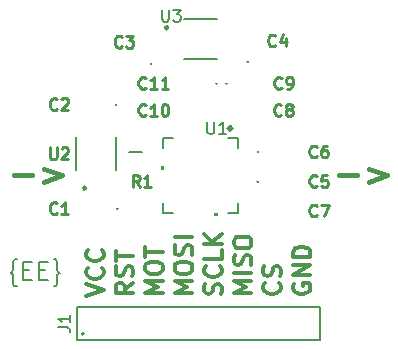
<source format=gbr>
%TF.GenerationSoftware,KiCad,Pcbnew,9.0.2*%
%TF.CreationDate,2025-06-12T16:07:02+02:00*%
%TF.ProjectId,engemil_pmw3901mb,656e6765-6d69-46c5-9f70-6d7733393031,1*%
%TF.SameCoordinates,Original*%
%TF.FileFunction,Legend,Top*%
%TF.FilePolarity,Positive*%
%FSLAX46Y46*%
G04 Gerber Fmt 4.6, Leading zero omitted, Abs format (unit mm)*
G04 Created by KiCad (PCBNEW 9.0.2) date 2025-06-12 16:07:02*
%MOMM*%
%LPD*%
G01*
G04 APERTURE LIST*
%ADD10C,0.300000*%
%ADD11C,0.400000*%
%ADD12C,0.200000*%
%ADD13C,0.250000*%
%ADD14C,0.150000*%
%ADD15C,0.152400*%
%ADD16C,0.000000*%
G04 APERTURE END LIST*
D10*
X157872257Y-124159774D02*
X157800828Y-124302632D01*
X157800828Y-124302632D02*
X157800828Y-124516917D01*
X157800828Y-124516917D02*
X157872257Y-124731203D01*
X157872257Y-124731203D02*
X158015114Y-124874060D01*
X158015114Y-124874060D02*
X158157971Y-124945489D01*
X158157971Y-124945489D02*
X158443685Y-125016917D01*
X158443685Y-125016917D02*
X158657971Y-125016917D01*
X158657971Y-125016917D02*
X158943685Y-124945489D01*
X158943685Y-124945489D02*
X159086542Y-124874060D01*
X159086542Y-124874060D02*
X159229400Y-124731203D01*
X159229400Y-124731203D02*
X159300828Y-124516917D01*
X159300828Y-124516917D02*
X159300828Y-124374060D01*
X159300828Y-124374060D02*
X159229400Y-124159774D01*
X159229400Y-124159774D02*
X159157971Y-124088346D01*
X159157971Y-124088346D02*
X158657971Y-124088346D01*
X158657971Y-124088346D02*
X158657971Y-124374060D01*
X159300828Y-123445489D02*
X157800828Y-123445489D01*
X157800828Y-123445489D02*
X159300828Y-122588346D01*
X159300828Y-122588346D02*
X157800828Y-122588346D01*
X159300828Y-121874060D02*
X157800828Y-121874060D01*
X157800828Y-121874060D02*
X157800828Y-121516917D01*
X157800828Y-121516917D02*
X157872257Y-121302631D01*
X157872257Y-121302631D02*
X158015114Y-121159774D01*
X158015114Y-121159774D02*
X158157971Y-121088345D01*
X158157971Y-121088345D02*
X158443685Y-121016917D01*
X158443685Y-121016917D02*
X158657971Y-121016917D01*
X158657971Y-121016917D02*
X158943685Y-121088345D01*
X158943685Y-121088345D02*
X159086542Y-121159774D01*
X159086542Y-121159774D02*
X159229400Y-121302631D01*
X159229400Y-121302631D02*
X159300828Y-121516917D01*
X159300828Y-121516917D02*
X159300828Y-121874060D01*
X149300828Y-124945489D02*
X147800828Y-124945489D01*
X147800828Y-124945489D02*
X148872257Y-124445489D01*
X148872257Y-124445489D02*
X147800828Y-123945489D01*
X147800828Y-123945489D02*
X149300828Y-123945489D01*
X147800828Y-122945488D02*
X147800828Y-122659774D01*
X147800828Y-122659774D02*
X147872257Y-122516917D01*
X147872257Y-122516917D02*
X148015114Y-122374060D01*
X148015114Y-122374060D02*
X148300828Y-122302631D01*
X148300828Y-122302631D02*
X148800828Y-122302631D01*
X148800828Y-122302631D02*
X149086542Y-122374060D01*
X149086542Y-122374060D02*
X149229400Y-122516917D01*
X149229400Y-122516917D02*
X149300828Y-122659774D01*
X149300828Y-122659774D02*
X149300828Y-122945488D01*
X149300828Y-122945488D02*
X149229400Y-123088346D01*
X149229400Y-123088346D02*
X149086542Y-123231203D01*
X149086542Y-123231203D02*
X148800828Y-123302631D01*
X148800828Y-123302631D02*
X148300828Y-123302631D01*
X148300828Y-123302631D02*
X148015114Y-123231203D01*
X148015114Y-123231203D02*
X147872257Y-123088346D01*
X147872257Y-123088346D02*
X147800828Y-122945488D01*
X149229400Y-121731202D02*
X149300828Y-121516917D01*
X149300828Y-121516917D02*
X149300828Y-121159774D01*
X149300828Y-121159774D02*
X149229400Y-121016917D01*
X149229400Y-121016917D02*
X149157971Y-120945488D01*
X149157971Y-120945488D02*
X149015114Y-120874059D01*
X149015114Y-120874059D02*
X148872257Y-120874059D01*
X148872257Y-120874059D02*
X148729400Y-120945488D01*
X148729400Y-120945488D02*
X148657971Y-121016917D01*
X148657971Y-121016917D02*
X148586542Y-121159774D01*
X148586542Y-121159774D02*
X148515114Y-121445488D01*
X148515114Y-121445488D02*
X148443685Y-121588345D01*
X148443685Y-121588345D02*
X148372257Y-121659774D01*
X148372257Y-121659774D02*
X148229400Y-121731202D01*
X148229400Y-121731202D02*
X148086542Y-121731202D01*
X148086542Y-121731202D02*
X147943685Y-121659774D01*
X147943685Y-121659774D02*
X147872257Y-121588345D01*
X147872257Y-121588345D02*
X147800828Y-121445488D01*
X147800828Y-121445488D02*
X147800828Y-121088345D01*
X147800828Y-121088345D02*
X147872257Y-120874059D01*
X149300828Y-120231203D02*
X147800828Y-120231203D01*
X156657971Y-124088346D02*
X156729400Y-124159774D01*
X156729400Y-124159774D02*
X156800828Y-124374060D01*
X156800828Y-124374060D02*
X156800828Y-124516917D01*
X156800828Y-124516917D02*
X156729400Y-124731203D01*
X156729400Y-124731203D02*
X156586542Y-124874060D01*
X156586542Y-124874060D02*
X156443685Y-124945489D01*
X156443685Y-124945489D02*
X156157971Y-125016917D01*
X156157971Y-125016917D02*
X155943685Y-125016917D01*
X155943685Y-125016917D02*
X155657971Y-124945489D01*
X155657971Y-124945489D02*
X155515114Y-124874060D01*
X155515114Y-124874060D02*
X155372257Y-124731203D01*
X155372257Y-124731203D02*
X155300828Y-124516917D01*
X155300828Y-124516917D02*
X155300828Y-124374060D01*
X155300828Y-124374060D02*
X155372257Y-124159774D01*
X155372257Y-124159774D02*
X155443685Y-124088346D01*
X156729400Y-123516917D02*
X156800828Y-123302632D01*
X156800828Y-123302632D02*
X156800828Y-122945489D01*
X156800828Y-122945489D02*
X156729400Y-122802632D01*
X156729400Y-122802632D02*
X156657971Y-122731203D01*
X156657971Y-122731203D02*
X156515114Y-122659774D01*
X156515114Y-122659774D02*
X156372257Y-122659774D01*
X156372257Y-122659774D02*
X156229400Y-122731203D01*
X156229400Y-122731203D02*
X156157971Y-122802632D01*
X156157971Y-122802632D02*
X156086542Y-122945489D01*
X156086542Y-122945489D02*
X156015114Y-123231203D01*
X156015114Y-123231203D02*
X155943685Y-123374060D01*
X155943685Y-123374060D02*
X155872257Y-123445489D01*
X155872257Y-123445489D02*
X155729400Y-123516917D01*
X155729400Y-123516917D02*
X155586542Y-123516917D01*
X155586542Y-123516917D02*
X155443685Y-123445489D01*
X155443685Y-123445489D02*
X155372257Y-123374060D01*
X155372257Y-123374060D02*
X155300828Y-123231203D01*
X155300828Y-123231203D02*
X155300828Y-122874060D01*
X155300828Y-122874060D02*
X155372257Y-122659774D01*
X140300828Y-125159774D02*
X141800828Y-124659774D01*
X141800828Y-124659774D02*
X140300828Y-124159774D01*
X141657971Y-122802632D02*
X141729400Y-122874060D01*
X141729400Y-122874060D02*
X141800828Y-123088346D01*
X141800828Y-123088346D02*
X141800828Y-123231203D01*
X141800828Y-123231203D02*
X141729400Y-123445489D01*
X141729400Y-123445489D02*
X141586542Y-123588346D01*
X141586542Y-123588346D02*
X141443685Y-123659775D01*
X141443685Y-123659775D02*
X141157971Y-123731203D01*
X141157971Y-123731203D02*
X140943685Y-123731203D01*
X140943685Y-123731203D02*
X140657971Y-123659775D01*
X140657971Y-123659775D02*
X140515114Y-123588346D01*
X140515114Y-123588346D02*
X140372257Y-123445489D01*
X140372257Y-123445489D02*
X140300828Y-123231203D01*
X140300828Y-123231203D02*
X140300828Y-123088346D01*
X140300828Y-123088346D02*
X140372257Y-122874060D01*
X140372257Y-122874060D02*
X140443685Y-122802632D01*
X141657971Y-121302632D02*
X141729400Y-121374060D01*
X141729400Y-121374060D02*
X141800828Y-121588346D01*
X141800828Y-121588346D02*
X141800828Y-121731203D01*
X141800828Y-121731203D02*
X141729400Y-121945489D01*
X141729400Y-121945489D02*
X141586542Y-122088346D01*
X141586542Y-122088346D02*
X141443685Y-122159775D01*
X141443685Y-122159775D02*
X141157971Y-122231203D01*
X141157971Y-122231203D02*
X140943685Y-122231203D01*
X140943685Y-122231203D02*
X140657971Y-122159775D01*
X140657971Y-122159775D02*
X140515114Y-122088346D01*
X140515114Y-122088346D02*
X140372257Y-121945489D01*
X140372257Y-121945489D02*
X140300828Y-121731203D01*
X140300828Y-121731203D02*
X140300828Y-121588346D01*
X140300828Y-121588346D02*
X140372257Y-121374060D01*
X140372257Y-121374060D02*
X140443685Y-121302632D01*
X146800828Y-124945489D02*
X145300828Y-124945489D01*
X145300828Y-124945489D02*
X146372257Y-124445489D01*
X146372257Y-124445489D02*
X145300828Y-123945489D01*
X145300828Y-123945489D02*
X146800828Y-123945489D01*
X145300828Y-122945488D02*
X145300828Y-122659774D01*
X145300828Y-122659774D02*
X145372257Y-122516917D01*
X145372257Y-122516917D02*
X145515114Y-122374060D01*
X145515114Y-122374060D02*
X145800828Y-122302631D01*
X145800828Y-122302631D02*
X146300828Y-122302631D01*
X146300828Y-122302631D02*
X146586542Y-122374060D01*
X146586542Y-122374060D02*
X146729400Y-122516917D01*
X146729400Y-122516917D02*
X146800828Y-122659774D01*
X146800828Y-122659774D02*
X146800828Y-122945488D01*
X146800828Y-122945488D02*
X146729400Y-123088346D01*
X146729400Y-123088346D02*
X146586542Y-123231203D01*
X146586542Y-123231203D02*
X146300828Y-123302631D01*
X146300828Y-123302631D02*
X145800828Y-123302631D01*
X145800828Y-123302631D02*
X145515114Y-123231203D01*
X145515114Y-123231203D02*
X145372257Y-123088346D01*
X145372257Y-123088346D02*
X145300828Y-122945488D01*
X145300828Y-121874059D02*
X145300828Y-121016917D01*
X146800828Y-121445488D02*
X145300828Y-121445488D01*
X144300828Y-124088346D02*
X143586542Y-124588346D01*
X144300828Y-124945489D02*
X142800828Y-124945489D01*
X142800828Y-124945489D02*
X142800828Y-124374060D01*
X142800828Y-124374060D02*
X142872257Y-124231203D01*
X142872257Y-124231203D02*
X142943685Y-124159774D01*
X142943685Y-124159774D02*
X143086542Y-124088346D01*
X143086542Y-124088346D02*
X143300828Y-124088346D01*
X143300828Y-124088346D02*
X143443685Y-124159774D01*
X143443685Y-124159774D02*
X143515114Y-124231203D01*
X143515114Y-124231203D02*
X143586542Y-124374060D01*
X143586542Y-124374060D02*
X143586542Y-124945489D01*
X144229400Y-123516917D02*
X144300828Y-123302632D01*
X144300828Y-123302632D02*
X144300828Y-122945489D01*
X144300828Y-122945489D02*
X144229400Y-122802632D01*
X144229400Y-122802632D02*
X144157971Y-122731203D01*
X144157971Y-122731203D02*
X144015114Y-122659774D01*
X144015114Y-122659774D02*
X143872257Y-122659774D01*
X143872257Y-122659774D02*
X143729400Y-122731203D01*
X143729400Y-122731203D02*
X143657971Y-122802632D01*
X143657971Y-122802632D02*
X143586542Y-122945489D01*
X143586542Y-122945489D02*
X143515114Y-123231203D01*
X143515114Y-123231203D02*
X143443685Y-123374060D01*
X143443685Y-123374060D02*
X143372257Y-123445489D01*
X143372257Y-123445489D02*
X143229400Y-123516917D01*
X143229400Y-123516917D02*
X143086542Y-123516917D01*
X143086542Y-123516917D02*
X142943685Y-123445489D01*
X142943685Y-123445489D02*
X142872257Y-123374060D01*
X142872257Y-123374060D02*
X142800828Y-123231203D01*
X142800828Y-123231203D02*
X142800828Y-122874060D01*
X142800828Y-122874060D02*
X142872257Y-122659774D01*
X142800828Y-122231203D02*
X142800828Y-121374061D01*
X144300828Y-121802632D02*
X142800828Y-121802632D01*
D11*
X134239347Y-114972533D02*
X135763157Y-114972533D01*
X136715537Y-114401104D02*
X138239347Y-114972533D01*
X138239347Y-114972533D02*
X136715537Y-115543961D01*
D12*
X134417292Y-124377457D02*
X134345863Y-124377457D01*
X134345863Y-124377457D02*
X134203006Y-124306028D01*
X134203006Y-124306028D02*
X134131578Y-124163171D01*
X134131578Y-124163171D02*
X134131578Y-123448885D01*
X134131578Y-123448885D02*
X134060149Y-123306028D01*
X134060149Y-123306028D02*
X133917292Y-123234600D01*
X133917292Y-123234600D02*
X134060149Y-123163171D01*
X134060149Y-123163171D02*
X134131578Y-123020314D01*
X134131578Y-123020314D02*
X134131578Y-122306028D01*
X134131578Y-122306028D02*
X134203006Y-122163171D01*
X134203006Y-122163171D02*
X134345863Y-122091742D01*
X134345863Y-122091742D02*
X134417292Y-122091742D01*
X134988720Y-123020314D02*
X135488720Y-123020314D01*
X135703006Y-123806028D02*
X134988720Y-123806028D01*
X134988720Y-123806028D02*
X134988720Y-122306028D01*
X134988720Y-122306028D02*
X135703006Y-122306028D01*
X136345863Y-123020314D02*
X136845863Y-123020314D01*
X137060149Y-123806028D02*
X136345863Y-123806028D01*
X136345863Y-123806028D02*
X136345863Y-122306028D01*
X136345863Y-122306028D02*
X137060149Y-122306028D01*
X137560149Y-124377457D02*
X137631578Y-124377457D01*
X137631578Y-124377457D02*
X137774435Y-124306028D01*
X137774435Y-124306028D02*
X137845864Y-124163171D01*
X137845864Y-124163171D02*
X137845864Y-123448885D01*
X137845864Y-123448885D02*
X137917292Y-123306028D01*
X137917292Y-123306028D02*
X138060149Y-123234600D01*
X138060149Y-123234600D02*
X137917292Y-123163171D01*
X137917292Y-123163171D02*
X137845864Y-123020314D01*
X137845864Y-123020314D02*
X137845864Y-122306028D01*
X137845864Y-122306028D02*
X137774435Y-122163171D01*
X137774435Y-122163171D02*
X137631578Y-122091742D01*
X137631578Y-122091742D02*
X137560149Y-122091742D01*
D10*
X151729400Y-125016917D02*
X151800828Y-124802632D01*
X151800828Y-124802632D02*
X151800828Y-124445489D01*
X151800828Y-124445489D02*
X151729400Y-124302632D01*
X151729400Y-124302632D02*
X151657971Y-124231203D01*
X151657971Y-124231203D02*
X151515114Y-124159774D01*
X151515114Y-124159774D02*
X151372257Y-124159774D01*
X151372257Y-124159774D02*
X151229400Y-124231203D01*
X151229400Y-124231203D02*
X151157971Y-124302632D01*
X151157971Y-124302632D02*
X151086542Y-124445489D01*
X151086542Y-124445489D02*
X151015114Y-124731203D01*
X151015114Y-124731203D02*
X150943685Y-124874060D01*
X150943685Y-124874060D02*
X150872257Y-124945489D01*
X150872257Y-124945489D02*
X150729400Y-125016917D01*
X150729400Y-125016917D02*
X150586542Y-125016917D01*
X150586542Y-125016917D02*
X150443685Y-124945489D01*
X150443685Y-124945489D02*
X150372257Y-124874060D01*
X150372257Y-124874060D02*
X150300828Y-124731203D01*
X150300828Y-124731203D02*
X150300828Y-124374060D01*
X150300828Y-124374060D02*
X150372257Y-124159774D01*
X151657971Y-122659775D02*
X151729400Y-122731203D01*
X151729400Y-122731203D02*
X151800828Y-122945489D01*
X151800828Y-122945489D02*
X151800828Y-123088346D01*
X151800828Y-123088346D02*
X151729400Y-123302632D01*
X151729400Y-123302632D02*
X151586542Y-123445489D01*
X151586542Y-123445489D02*
X151443685Y-123516918D01*
X151443685Y-123516918D02*
X151157971Y-123588346D01*
X151157971Y-123588346D02*
X150943685Y-123588346D01*
X150943685Y-123588346D02*
X150657971Y-123516918D01*
X150657971Y-123516918D02*
X150515114Y-123445489D01*
X150515114Y-123445489D02*
X150372257Y-123302632D01*
X150372257Y-123302632D02*
X150300828Y-123088346D01*
X150300828Y-123088346D02*
X150300828Y-122945489D01*
X150300828Y-122945489D02*
X150372257Y-122731203D01*
X150372257Y-122731203D02*
X150443685Y-122659775D01*
X151800828Y-121302632D02*
X151800828Y-122016918D01*
X151800828Y-122016918D02*
X150300828Y-122016918D01*
X151800828Y-120802632D02*
X150300828Y-120802632D01*
X151800828Y-119945489D02*
X150943685Y-120588346D01*
X150300828Y-119945489D02*
X151157971Y-120802632D01*
X154300828Y-124945489D02*
X152800828Y-124945489D01*
X152800828Y-124945489D02*
X153872257Y-124445489D01*
X153872257Y-124445489D02*
X152800828Y-123945489D01*
X152800828Y-123945489D02*
X154300828Y-123945489D01*
X154300828Y-123231203D02*
X152800828Y-123231203D01*
X154229400Y-122588345D02*
X154300828Y-122374060D01*
X154300828Y-122374060D02*
X154300828Y-122016917D01*
X154300828Y-122016917D02*
X154229400Y-121874060D01*
X154229400Y-121874060D02*
X154157971Y-121802631D01*
X154157971Y-121802631D02*
X154015114Y-121731202D01*
X154015114Y-121731202D02*
X153872257Y-121731202D01*
X153872257Y-121731202D02*
X153729400Y-121802631D01*
X153729400Y-121802631D02*
X153657971Y-121874060D01*
X153657971Y-121874060D02*
X153586542Y-122016917D01*
X153586542Y-122016917D02*
X153515114Y-122302631D01*
X153515114Y-122302631D02*
X153443685Y-122445488D01*
X153443685Y-122445488D02*
X153372257Y-122516917D01*
X153372257Y-122516917D02*
X153229400Y-122588345D01*
X153229400Y-122588345D02*
X153086542Y-122588345D01*
X153086542Y-122588345D02*
X152943685Y-122516917D01*
X152943685Y-122516917D02*
X152872257Y-122445488D01*
X152872257Y-122445488D02*
X152800828Y-122302631D01*
X152800828Y-122302631D02*
X152800828Y-121945488D01*
X152800828Y-121945488D02*
X152872257Y-121731202D01*
X152800828Y-120802631D02*
X152800828Y-120516917D01*
X152800828Y-120516917D02*
X152872257Y-120374060D01*
X152872257Y-120374060D02*
X153015114Y-120231203D01*
X153015114Y-120231203D02*
X153300828Y-120159774D01*
X153300828Y-120159774D02*
X153800828Y-120159774D01*
X153800828Y-120159774D02*
X154086542Y-120231203D01*
X154086542Y-120231203D02*
X154229400Y-120374060D01*
X154229400Y-120374060D02*
X154300828Y-120516917D01*
X154300828Y-120516917D02*
X154300828Y-120802631D01*
X154300828Y-120802631D02*
X154229400Y-120945489D01*
X154229400Y-120945489D02*
X154086542Y-121088346D01*
X154086542Y-121088346D02*
X153800828Y-121159774D01*
X153800828Y-121159774D02*
X153300828Y-121159774D01*
X153300828Y-121159774D02*
X153015114Y-121088346D01*
X153015114Y-121088346D02*
X152872257Y-120945489D01*
X152872257Y-120945489D02*
X152800828Y-120802631D01*
D11*
X161739347Y-114972533D02*
X163263157Y-114972533D01*
X164215537Y-114401104D02*
X165739347Y-114972533D01*
X165739347Y-114972533D02*
X164215537Y-115543961D01*
D13*
X137238095Y-112603947D02*
X137238095Y-113413470D01*
X137238095Y-113413470D02*
X137285714Y-113508708D01*
X137285714Y-113508708D02*
X137333333Y-113556328D01*
X137333333Y-113556328D02*
X137428571Y-113603947D01*
X137428571Y-113603947D02*
X137619047Y-113603947D01*
X137619047Y-113603947D02*
X137714285Y-113556328D01*
X137714285Y-113556328D02*
X137761904Y-113508708D01*
X137761904Y-113508708D02*
X137809523Y-113413470D01*
X137809523Y-113413470D02*
X137809523Y-112603947D01*
X138238095Y-112699185D02*
X138285714Y-112651566D01*
X138285714Y-112651566D02*
X138380952Y-112603947D01*
X138380952Y-112603947D02*
X138619047Y-112603947D01*
X138619047Y-112603947D02*
X138714285Y-112651566D01*
X138714285Y-112651566D02*
X138761904Y-112699185D01*
X138761904Y-112699185D02*
X138809523Y-112794423D01*
X138809523Y-112794423D02*
X138809523Y-112889661D01*
X138809523Y-112889661D02*
X138761904Y-113032518D01*
X138761904Y-113032518D02*
X138190476Y-113603947D01*
X138190476Y-113603947D02*
X138809523Y-113603947D01*
X159833333Y-118354380D02*
X159785714Y-118402000D01*
X159785714Y-118402000D02*
X159642857Y-118449619D01*
X159642857Y-118449619D02*
X159547619Y-118449619D01*
X159547619Y-118449619D02*
X159404762Y-118402000D01*
X159404762Y-118402000D02*
X159309524Y-118306761D01*
X159309524Y-118306761D02*
X159261905Y-118211523D01*
X159261905Y-118211523D02*
X159214286Y-118021047D01*
X159214286Y-118021047D02*
X159214286Y-117878190D01*
X159214286Y-117878190D02*
X159261905Y-117687714D01*
X159261905Y-117687714D02*
X159309524Y-117592476D01*
X159309524Y-117592476D02*
X159404762Y-117497238D01*
X159404762Y-117497238D02*
X159547619Y-117449619D01*
X159547619Y-117449619D02*
X159642857Y-117449619D01*
X159642857Y-117449619D02*
X159785714Y-117497238D01*
X159785714Y-117497238D02*
X159833333Y-117544857D01*
X160166667Y-117449619D02*
X160833333Y-117449619D01*
X160833333Y-117449619D02*
X160404762Y-118449619D01*
X143333333Y-104054380D02*
X143285714Y-104102000D01*
X143285714Y-104102000D02*
X143142857Y-104149619D01*
X143142857Y-104149619D02*
X143047619Y-104149619D01*
X143047619Y-104149619D02*
X142904762Y-104102000D01*
X142904762Y-104102000D02*
X142809524Y-104006761D01*
X142809524Y-104006761D02*
X142761905Y-103911523D01*
X142761905Y-103911523D02*
X142714286Y-103721047D01*
X142714286Y-103721047D02*
X142714286Y-103578190D01*
X142714286Y-103578190D02*
X142761905Y-103387714D01*
X142761905Y-103387714D02*
X142809524Y-103292476D01*
X142809524Y-103292476D02*
X142904762Y-103197238D01*
X142904762Y-103197238D02*
X143047619Y-103149619D01*
X143047619Y-103149619D02*
X143142857Y-103149619D01*
X143142857Y-103149619D02*
X143285714Y-103197238D01*
X143285714Y-103197238D02*
X143333333Y-103244857D01*
X143666667Y-103149619D02*
X144285714Y-103149619D01*
X144285714Y-103149619D02*
X143952381Y-103530571D01*
X143952381Y-103530571D02*
X144095238Y-103530571D01*
X144095238Y-103530571D02*
X144190476Y-103578190D01*
X144190476Y-103578190D02*
X144238095Y-103625809D01*
X144238095Y-103625809D02*
X144285714Y-103721047D01*
X144285714Y-103721047D02*
X144285714Y-103959142D01*
X144285714Y-103959142D02*
X144238095Y-104054380D01*
X144238095Y-104054380D02*
X144190476Y-104102000D01*
X144190476Y-104102000D02*
X144095238Y-104149619D01*
X144095238Y-104149619D02*
X143809524Y-104149619D01*
X143809524Y-104149619D02*
X143714286Y-104102000D01*
X143714286Y-104102000D02*
X143666667Y-104054380D01*
X156333333Y-103954380D02*
X156285714Y-104002000D01*
X156285714Y-104002000D02*
X156142857Y-104049619D01*
X156142857Y-104049619D02*
X156047619Y-104049619D01*
X156047619Y-104049619D02*
X155904762Y-104002000D01*
X155904762Y-104002000D02*
X155809524Y-103906761D01*
X155809524Y-103906761D02*
X155761905Y-103811523D01*
X155761905Y-103811523D02*
X155714286Y-103621047D01*
X155714286Y-103621047D02*
X155714286Y-103478190D01*
X155714286Y-103478190D02*
X155761905Y-103287714D01*
X155761905Y-103287714D02*
X155809524Y-103192476D01*
X155809524Y-103192476D02*
X155904762Y-103097238D01*
X155904762Y-103097238D02*
X156047619Y-103049619D01*
X156047619Y-103049619D02*
X156142857Y-103049619D01*
X156142857Y-103049619D02*
X156285714Y-103097238D01*
X156285714Y-103097238D02*
X156333333Y-103144857D01*
X157190476Y-103382952D02*
X157190476Y-104049619D01*
X156952381Y-103002000D02*
X156714286Y-103716285D01*
X156714286Y-103716285D02*
X157333333Y-103716285D01*
X145357142Y-107554380D02*
X145309523Y-107602000D01*
X145309523Y-107602000D02*
X145166666Y-107649619D01*
X145166666Y-107649619D02*
X145071428Y-107649619D01*
X145071428Y-107649619D02*
X144928571Y-107602000D01*
X144928571Y-107602000D02*
X144833333Y-107506761D01*
X144833333Y-107506761D02*
X144785714Y-107411523D01*
X144785714Y-107411523D02*
X144738095Y-107221047D01*
X144738095Y-107221047D02*
X144738095Y-107078190D01*
X144738095Y-107078190D02*
X144785714Y-106887714D01*
X144785714Y-106887714D02*
X144833333Y-106792476D01*
X144833333Y-106792476D02*
X144928571Y-106697238D01*
X144928571Y-106697238D02*
X145071428Y-106649619D01*
X145071428Y-106649619D02*
X145166666Y-106649619D01*
X145166666Y-106649619D02*
X145309523Y-106697238D01*
X145309523Y-106697238D02*
X145357142Y-106744857D01*
X146309523Y-107649619D02*
X145738095Y-107649619D01*
X146023809Y-107649619D02*
X146023809Y-106649619D01*
X146023809Y-106649619D02*
X145928571Y-106792476D01*
X145928571Y-106792476D02*
X145833333Y-106887714D01*
X145833333Y-106887714D02*
X145738095Y-106935333D01*
X147261904Y-107649619D02*
X146690476Y-107649619D01*
X146976190Y-107649619D02*
X146976190Y-106649619D01*
X146976190Y-106649619D02*
X146880952Y-106792476D01*
X146880952Y-106792476D02*
X146785714Y-106887714D01*
X146785714Y-106887714D02*
X146690476Y-106935333D01*
X145357142Y-109854380D02*
X145309523Y-109902000D01*
X145309523Y-109902000D02*
X145166666Y-109949619D01*
X145166666Y-109949619D02*
X145071428Y-109949619D01*
X145071428Y-109949619D02*
X144928571Y-109902000D01*
X144928571Y-109902000D02*
X144833333Y-109806761D01*
X144833333Y-109806761D02*
X144785714Y-109711523D01*
X144785714Y-109711523D02*
X144738095Y-109521047D01*
X144738095Y-109521047D02*
X144738095Y-109378190D01*
X144738095Y-109378190D02*
X144785714Y-109187714D01*
X144785714Y-109187714D02*
X144833333Y-109092476D01*
X144833333Y-109092476D02*
X144928571Y-108997238D01*
X144928571Y-108997238D02*
X145071428Y-108949619D01*
X145071428Y-108949619D02*
X145166666Y-108949619D01*
X145166666Y-108949619D02*
X145309523Y-108997238D01*
X145309523Y-108997238D02*
X145357142Y-109044857D01*
X146309523Y-109949619D02*
X145738095Y-109949619D01*
X146023809Y-109949619D02*
X146023809Y-108949619D01*
X146023809Y-108949619D02*
X145928571Y-109092476D01*
X145928571Y-109092476D02*
X145833333Y-109187714D01*
X145833333Y-109187714D02*
X145738095Y-109235333D01*
X146928571Y-108949619D02*
X147023809Y-108949619D01*
X147023809Y-108949619D02*
X147119047Y-108997238D01*
X147119047Y-108997238D02*
X147166666Y-109044857D01*
X147166666Y-109044857D02*
X147214285Y-109140095D01*
X147214285Y-109140095D02*
X147261904Y-109330571D01*
X147261904Y-109330571D02*
X147261904Y-109568666D01*
X147261904Y-109568666D02*
X147214285Y-109759142D01*
X147214285Y-109759142D02*
X147166666Y-109854380D01*
X147166666Y-109854380D02*
X147119047Y-109902000D01*
X147119047Y-109902000D02*
X147023809Y-109949619D01*
X147023809Y-109949619D02*
X146928571Y-109949619D01*
X146928571Y-109949619D02*
X146833333Y-109902000D01*
X146833333Y-109902000D02*
X146785714Y-109854380D01*
X146785714Y-109854380D02*
X146738095Y-109759142D01*
X146738095Y-109759142D02*
X146690476Y-109568666D01*
X146690476Y-109568666D02*
X146690476Y-109330571D01*
X146690476Y-109330571D02*
X146738095Y-109140095D01*
X146738095Y-109140095D02*
X146785714Y-109044857D01*
X146785714Y-109044857D02*
X146833333Y-108997238D01*
X146833333Y-108997238D02*
X146928571Y-108949619D01*
X159833333Y-115850535D02*
X159785714Y-115898155D01*
X159785714Y-115898155D02*
X159642857Y-115945774D01*
X159642857Y-115945774D02*
X159547619Y-115945774D01*
X159547619Y-115945774D02*
X159404762Y-115898155D01*
X159404762Y-115898155D02*
X159309524Y-115802916D01*
X159309524Y-115802916D02*
X159261905Y-115707678D01*
X159261905Y-115707678D02*
X159214286Y-115517202D01*
X159214286Y-115517202D02*
X159214286Y-115374345D01*
X159214286Y-115374345D02*
X159261905Y-115183869D01*
X159261905Y-115183869D02*
X159309524Y-115088631D01*
X159309524Y-115088631D02*
X159404762Y-114993393D01*
X159404762Y-114993393D02*
X159547619Y-114945774D01*
X159547619Y-114945774D02*
X159642857Y-114945774D01*
X159642857Y-114945774D02*
X159785714Y-114993393D01*
X159785714Y-114993393D02*
X159833333Y-115041012D01*
X160738095Y-114945774D02*
X160261905Y-114945774D01*
X160261905Y-114945774D02*
X160214286Y-115421964D01*
X160214286Y-115421964D02*
X160261905Y-115374345D01*
X160261905Y-115374345D02*
X160357143Y-115326726D01*
X160357143Y-115326726D02*
X160595238Y-115326726D01*
X160595238Y-115326726D02*
X160690476Y-115374345D01*
X160690476Y-115374345D02*
X160738095Y-115421964D01*
X160738095Y-115421964D02*
X160785714Y-115517202D01*
X160785714Y-115517202D02*
X160785714Y-115755297D01*
X160785714Y-115755297D02*
X160738095Y-115850535D01*
X160738095Y-115850535D02*
X160690476Y-115898155D01*
X160690476Y-115898155D02*
X160595238Y-115945774D01*
X160595238Y-115945774D02*
X160357143Y-115945774D01*
X160357143Y-115945774D02*
X160261905Y-115898155D01*
X160261905Y-115898155D02*
X160214286Y-115850535D01*
X159833333Y-113354380D02*
X159785714Y-113402000D01*
X159785714Y-113402000D02*
X159642857Y-113449619D01*
X159642857Y-113449619D02*
X159547619Y-113449619D01*
X159547619Y-113449619D02*
X159404762Y-113402000D01*
X159404762Y-113402000D02*
X159309524Y-113306761D01*
X159309524Y-113306761D02*
X159261905Y-113211523D01*
X159261905Y-113211523D02*
X159214286Y-113021047D01*
X159214286Y-113021047D02*
X159214286Y-112878190D01*
X159214286Y-112878190D02*
X159261905Y-112687714D01*
X159261905Y-112687714D02*
X159309524Y-112592476D01*
X159309524Y-112592476D02*
X159404762Y-112497238D01*
X159404762Y-112497238D02*
X159547619Y-112449619D01*
X159547619Y-112449619D02*
X159642857Y-112449619D01*
X159642857Y-112449619D02*
X159785714Y-112497238D01*
X159785714Y-112497238D02*
X159833333Y-112544857D01*
X160690476Y-112449619D02*
X160500000Y-112449619D01*
X160500000Y-112449619D02*
X160404762Y-112497238D01*
X160404762Y-112497238D02*
X160357143Y-112544857D01*
X160357143Y-112544857D02*
X160261905Y-112687714D01*
X160261905Y-112687714D02*
X160214286Y-112878190D01*
X160214286Y-112878190D02*
X160214286Y-113259142D01*
X160214286Y-113259142D02*
X160261905Y-113354380D01*
X160261905Y-113354380D02*
X160309524Y-113402000D01*
X160309524Y-113402000D02*
X160404762Y-113449619D01*
X160404762Y-113449619D02*
X160595238Y-113449619D01*
X160595238Y-113449619D02*
X160690476Y-113402000D01*
X160690476Y-113402000D02*
X160738095Y-113354380D01*
X160738095Y-113354380D02*
X160785714Y-113259142D01*
X160785714Y-113259142D02*
X160785714Y-113021047D01*
X160785714Y-113021047D02*
X160738095Y-112925809D01*
X160738095Y-112925809D02*
X160690476Y-112878190D01*
X160690476Y-112878190D02*
X160595238Y-112830571D01*
X160595238Y-112830571D02*
X160404762Y-112830571D01*
X160404762Y-112830571D02*
X160309524Y-112878190D01*
X160309524Y-112878190D02*
X160261905Y-112925809D01*
X160261905Y-112925809D02*
X160214286Y-113021047D01*
D14*
X137954819Y-127833333D02*
X138669104Y-127833333D01*
X138669104Y-127833333D02*
X138811961Y-127880952D01*
X138811961Y-127880952D02*
X138907200Y-127976190D01*
X138907200Y-127976190D02*
X138954819Y-128119047D01*
X138954819Y-128119047D02*
X138954819Y-128214285D01*
X138954819Y-126833333D02*
X138954819Y-127404761D01*
X138954819Y-127119047D02*
X137954819Y-127119047D01*
X137954819Y-127119047D02*
X138097676Y-127214285D01*
X138097676Y-127214285D02*
X138192914Y-127309523D01*
X138192914Y-127309523D02*
X138240533Y-127404761D01*
D13*
X137833333Y-118159191D02*
X137785714Y-118206811D01*
X137785714Y-118206811D02*
X137642857Y-118254430D01*
X137642857Y-118254430D02*
X137547619Y-118254430D01*
X137547619Y-118254430D02*
X137404762Y-118206811D01*
X137404762Y-118206811D02*
X137309524Y-118111572D01*
X137309524Y-118111572D02*
X137261905Y-118016334D01*
X137261905Y-118016334D02*
X137214286Y-117825858D01*
X137214286Y-117825858D02*
X137214286Y-117683001D01*
X137214286Y-117683001D02*
X137261905Y-117492525D01*
X137261905Y-117492525D02*
X137309524Y-117397287D01*
X137309524Y-117397287D02*
X137404762Y-117302049D01*
X137404762Y-117302049D02*
X137547619Y-117254430D01*
X137547619Y-117254430D02*
X137642857Y-117254430D01*
X137642857Y-117254430D02*
X137785714Y-117302049D01*
X137785714Y-117302049D02*
X137833333Y-117349668D01*
X138785714Y-118254430D02*
X138214286Y-118254430D01*
X138500000Y-118254430D02*
X138500000Y-117254430D01*
X138500000Y-117254430D02*
X138404762Y-117397287D01*
X138404762Y-117397287D02*
X138309524Y-117492525D01*
X138309524Y-117492525D02*
X138214286Y-117540144D01*
X156855371Y-107554380D02*
X156807752Y-107602000D01*
X156807752Y-107602000D02*
X156664895Y-107649619D01*
X156664895Y-107649619D02*
X156569657Y-107649619D01*
X156569657Y-107649619D02*
X156426800Y-107602000D01*
X156426800Y-107602000D02*
X156331562Y-107506761D01*
X156331562Y-107506761D02*
X156283943Y-107411523D01*
X156283943Y-107411523D02*
X156236324Y-107221047D01*
X156236324Y-107221047D02*
X156236324Y-107078190D01*
X156236324Y-107078190D02*
X156283943Y-106887714D01*
X156283943Y-106887714D02*
X156331562Y-106792476D01*
X156331562Y-106792476D02*
X156426800Y-106697238D01*
X156426800Y-106697238D02*
X156569657Y-106649619D01*
X156569657Y-106649619D02*
X156664895Y-106649619D01*
X156664895Y-106649619D02*
X156807752Y-106697238D01*
X156807752Y-106697238D02*
X156855371Y-106744857D01*
X157331562Y-107649619D02*
X157522038Y-107649619D01*
X157522038Y-107649619D02*
X157617276Y-107602000D01*
X157617276Y-107602000D02*
X157664895Y-107554380D01*
X157664895Y-107554380D02*
X157760133Y-107411523D01*
X157760133Y-107411523D02*
X157807752Y-107221047D01*
X157807752Y-107221047D02*
X157807752Y-106840095D01*
X157807752Y-106840095D02*
X157760133Y-106744857D01*
X157760133Y-106744857D02*
X157712514Y-106697238D01*
X157712514Y-106697238D02*
X157617276Y-106649619D01*
X157617276Y-106649619D02*
X157426800Y-106649619D01*
X157426800Y-106649619D02*
X157331562Y-106697238D01*
X157331562Y-106697238D02*
X157283943Y-106744857D01*
X157283943Y-106744857D02*
X157236324Y-106840095D01*
X157236324Y-106840095D02*
X157236324Y-107078190D01*
X157236324Y-107078190D02*
X157283943Y-107173428D01*
X157283943Y-107173428D02*
X157331562Y-107221047D01*
X157331562Y-107221047D02*
X157426800Y-107268666D01*
X157426800Y-107268666D02*
X157617276Y-107268666D01*
X157617276Y-107268666D02*
X157712514Y-107221047D01*
X157712514Y-107221047D02*
X157760133Y-107173428D01*
X157760133Y-107173428D02*
X157807752Y-107078190D01*
X137833333Y-109358225D02*
X137785714Y-109405845D01*
X137785714Y-109405845D02*
X137642857Y-109453464D01*
X137642857Y-109453464D02*
X137547619Y-109453464D01*
X137547619Y-109453464D02*
X137404762Y-109405845D01*
X137404762Y-109405845D02*
X137309524Y-109310606D01*
X137309524Y-109310606D02*
X137261905Y-109215368D01*
X137261905Y-109215368D02*
X137214286Y-109024892D01*
X137214286Y-109024892D02*
X137214286Y-108882035D01*
X137214286Y-108882035D02*
X137261905Y-108691559D01*
X137261905Y-108691559D02*
X137309524Y-108596321D01*
X137309524Y-108596321D02*
X137404762Y-108501083D01*
X137404762Y-108501083D02*
X137547619Y-108453464D01*
X137547619Y-108453464D02*
X137642857Y-108453464D01*
X137642857Y-108453464D02*
X137785714Y-108501083D01*
X137785714Y-108501083D02*
X137833333Y-108548702D01*
X138214286Y-108548702D02*
X138261905Y-108501083D01*
X138261905Y-108501083D02*
X138357143Y-108453464D01*
X138357143Y-108453464D02*
X138595238Y-108453464D01*
X138595238Y-108453464D02*
X138690476Y-108501083D01*
X138690476Y-108501083D02*
X138738095Y-108548702D01*
X138738095Y-108548702D02*
X138785714Y-108643940D01*
X138785714Y-108643940D02*
X138785714Y-108739178D01*
X138785714Y-108739178D02*
X138738095Y-108882035D01*
X138738095Y-108882035D02*
X138166667Y-109453464D01*
X138166667Y-109453464D02*
X138785714Y-109453464D01*
X144833333Y-115949619D02*
X144500000Y-115473428D01*
X144261905Y-115949619D02*
X144261905Y-114949619D01*
X144261905Y-114949619D02*
X144642857Y-114949619D01*
X144642857Y-114949619D02*
X144738095Y-114997238D01*
X144738095Y-114997238D02*
X144785714Y-115044857D01*
X144785714Y-115044857D02*
X144833333Y-115140095D01*
X144833333Y-115140095D02*
X144833333Y-115282952D01*
X144833333Y-115282952D02*
X144785714Y-115378190D01*
X144785714Y-115378190D02*
X144738095Y-115425809D01*
X144738095Y-115425809D02*
X144642857Y-115473428D01*
X144642857Y-115473428D02*
X144261905Y-115473428D01*
X145785714Y-115949619D02*
X145214286Y-115949619D01*
X145500000Y-115949619D02*
X145500000Y-114949619D01*
X145500000Y-114949619D02*
X145404762Y-115092476D01*
X145404762Y-115092476D02*
X145309524Y-115187714D01*
X145309524Y-115187714D02*
X145214286Y-115235333D01*
D12*
X146738095Y-100952219D02*
X146738095Y-101761742D01*
X146738095Y-101761742D02*
X146785714Y-101856980D01*
X146785714Y-101856980D02*
X146833333Y-101904600D01*
X146833333Y-101904600D02*
X146928571Y-101952219D01*
X146928571Y-101952219D02*
X147119047Y-101952219D01*
X147119047Y-101952219D02*
X147214285Y-101904600D01*
X147214285Y-101904600D02*
X147261904Y-101856980D01*
X147261904Y-101856980D02*
X147309523Y-101761742D01*
X147309523Y-101761742D02*
X147309523Y-100952219D01*
X147690476Y-100952219D02*
X148309523Y-100952219D01*
X148309523Y-100952219D02*
X147976190Y-101333171D01*
X147976190Y-101333171D02*
X148119047Y-101333171D01*
X148119047Y-101333171D02*
X148214285Y-101380790D01*
X148214285Y-101380790D02*
X148261904Y-101428409D01*
X148261904Y-101428409D02*
X148309523Y-101523647D01*
X148309523Y-101523647D02*
X148309523Y-101761742D01*
X148309523Y-101761742D02*
X148261904Y-101856980D01*
X148261904Y-101856980D02*
X148214285Y-101904600D01*
X148214285Y-101904600D02*
X148119047Y-101952219D01*
X148119047Y-101952219D02*
X147833333Y-101952219D01*
X147833333Y-101952219D02*
X147738095Y-101904600D01*
X147738095Y-101904600D02*
X147690476Y-101856980D01*
D13*
X156833333Y-109854380D02*
X156785714Y-109902000D01*
X156785714Y-109902000D02*
X156642857Y-109949619D01*
X156642857Y-109949619D02*
X156547619Y-109949619D01*
X156547619Y-109949619D02*
X156404762Y-109902000D01*
X156404762Y-109902000D02*
X156309524Y-109806761D01*
X156309524Y-109806761D02*
X156261905Y-109711523D01*
X156261905Y-109711523D02*
X156214286Y-109521047D01*
X156214286Y-109521047D02*
X156214286Y-109378190D01*
X156214286Y-109378190D02*
X156261905Y-109187714D01*
X156261905Y-109187714D02*
X156309524Y-109092476D01*
X156309524Y-109092476D02*
X156404762Y-108997238D01*
X156404762Y-108997238D02*
X156547619Y-108949619D01*
X156547619Y-108949619D02*
X156642857Y-108949619D01*
X156642857Y-108949619D02*
X156785714Y-108997238D01*
X156785714Y-108997238D02*
X156833333Y-109044857D01*
X157404762Y-109378190D02*
X157309524Y-109330571D01*
X157309524Y-109330571D02*
X157261905Y-109282952D01*
X157261905Y-109282952D02*
X157214286Y-109187714D01*
X157214286Y-109187714D02*
X157214286Y-109140095D01*
X157214286Y-109140095D02*
X157261905Y-109044857D01*
X157261905Y-109044857D02*
X157309524Y-108997238D01*
X157309524Y-108997238D02*
X157404762Y-108949619D01*
X157404762Y-108949619D02*
X157595238Y-108949619D01*
X157595238Y-108949619D02*
X157690476Y-108997238D01*
X157690476Y-108997238D02*
X157738095Y-109044857D01*
X157738095Y-109044857D02*
X157785714Y-109140095D01*
X157785714Y-109140095D02*
X157785714Y-109187714D01*
X157785714Y-109187714D02*
X157738095Y-109282952D01*
X157738095Y-109282952D02*
X157690476Y-109330571D01*
X157690476Y-109330571D02*
X157595238Y-109378190D01*
X157595238Y-109378190D02*
X157404762Y-109378190D01*
X157404762Y-109378190D02*
X157309524Y-109425809D01*
X157309524Y-109425809D02*
X157261905Y-109473428D01*
X157261905Y-109473428D02*
X157214286Y-109568666D01*
X157214286Y-109568666D02*
X157214286Y-109759142D01*
X157214286Y-109759142D02*
X157261905Y-109854380D01*
X157261905Y-109854380D02*
X157309524Y-109902000D01*
X157309524Y-109902000D02*
X157404762Y-109949619D01*
X157404762Y-109949619D02*
X157595238Y-109949619D01*
X157595238Y-109949619D02*
X157690476Y-109902000D01*
X157690476Y-109902000D02*
X157738095Y-109854380D01*
X157738095Y-109854380D02*
X157785714Y-109759142D01*
X157785714Y-109759142D02*
X157785714Y-109568666D01*
X157785714Y-109568666D02*
X157738095Y-109473428D01*
X157738095Y-109473428D02*
X157690476Y-109425809D01*
X157690476Y-109425809D02*
X157595238Y-109378190D01*
D12*
X150566540Y-110456064D02*
X150566540Y-111265587D01*
X150566540Y-111265587D02*
X150614159Y-111360825D01*
X150614159Y-111360825D02*
X150661778Y-111408445D01*
X150661778Y-111408445D02*
X150757016Y-111456064D01*
X150757016Y-111456064D02*
X150947492Y-111456064D01*
X150947492Y-111456064D02*
X151042730Y-111408445D01*
X151042730Y-111408445D02*
X151090349Y-111360825D01*
X151090349Y-111360825D02*
X151137968Y-111265587D01*
X151137968Y-111265587D02*
X151137968Y-110456064D01*
X152137968Y-111456064D02*
X151566540Y-111456064D01*
X151852254Y-111456064D02*
X151852254Y-110456064D01*
X151852254Y-110456064D02*
X151757016Y-110598921D01*
X151757016Y-110598921D02*
X151661778Y-110694159D01*
X151661778Y-110694159D02*
X151566540Y-110741778D01*
D14*
%TO.C,U2*%
X139450000Y-114554328D02*
X139450000Y-111754328D01*
X142849998Y-114554328D02*
X142849998Y-111754328D01*
D13*
X140300001Y-116057429D02*
G75*
G02*
X140049999Y-116057429I-125001J0D01*
G01*
X140049999Y-116057429D02*
G75*
G02*
X140300001Y-116057429I125001J0D01*
G01*
D12*
%TO.C,C3*%
X145872038Y-105546155D02*
G75*
G02*
X145772038Y-105546155I-50000J0D01*
G01*
X145772038Y-105546155D02*
G75*
G02*
X145872038Y-105546155I50000J0D01*
G01*
%TO.C,C4*%
X154050000Y-105350000D02*
G75*
G02*
X153950000Y-105350000I-50000J0D01*
G01*
X153950000Y-105350000D02*
G75*
G02*
X154050000Y-105350000I50000J0D01*
G01*
%TO.C,C11*%
X151393593Y-107200000D02*
G75*
G02*
X151293593Y-107200000I-50000J0D01*
G01*
X151293593Y-107200000D02*
G75*
G02*
X151393593Y-107200000I50000J0D01*
G01*
%TO.C,C5*%
X154900000Y-115496155D02*
G75*
G02*
X154800000Y-115496155I-50000J0D01*
G01*
X154800000Y-115496155D02*
G75*
G02*
X154900000Y-115496155I50000J0D01*
G01*
%TO.C,C6*%
X154900000Y-113000000D02*
G75*
G02*
X154800000Y-113000000I-50000J0D01*
G01*
X154800000Y-113000000D02*
G75*
G02*
X154900000Y-113000000I50000J0D01*
G01*
%TO.C,J1*%
X139568445Y-126130000D02*
X160088445Y-126130000D01*
X139568445Y-128870000D02*
X139568445Y-126130000D01*
X160088445Y-126130000D02*
X160088445Y-128870000D01*
X160088445Y-128870000D02*
X139568445Y-128870000D01*
X140128445Y-128400000D02*
G75*
G02*
X139928445Y-128400000I-100000J0D01*
G01*
X139928445Y-128400000D02*
G75*
G02*
X140128445Y-128400000I100000J0D01*
G01*
%TO.C,C1*%
X143000000Y-117804811D02*
G75*
G02*
X142900000Y-117804811I-50000J0D01*
G01*
X142900000Y-117804811D02*
G75*
G02*
X143000000Y-117804811I50000J0D01*
G01*
%TO.C,C9*%
X152222038Y-107200000D02*
G75*
G02*
X152122038Y-107200000I-50000J0D01*
G01*
X152122038Y-107200000D02*
G75*
G02*
X152222038Y-107200000I50000J0D01*
G01*
%TO.C,C2*%
X142900000Y-109003845D02*
G75*
G02*
X142800000Y-109003845I-50000J0D01*
G01*
X142800000Y-109003845D02*
G75*
G02*
X142900000Y-109003845I50000J0D01*
G01*
%TO.C,R1*%
X145025000Y-112953845D02*
X143975000Y-112953845D01*
D14*
%TO.C,U3*%
X148621072Y-101750002D02*
X151421072Y-101750002D01*
X148621072Y-105150000D02*
X151421072Y-105150000D01*
D13*
X147242972Y-102475002D02*
G75*
G02*
X146992970Y-102475002I-125001J0D01*
G01*
X146992970Y-102475002D02*
G75*
G02*
X147242972Y-102475002I125001J0D01*
G01*
D15*
%TO.C,U1*%
X146837700Y-111837700D02*
X146837700Y-112666145D01*
X146837700Y-117333855D02*
X146837700Y-118162300D01*
X146837700Y-118162300D02*
X147666145Y-118162300D01*
X147666145Y-111837700D02*
X146837700Y-111837700D01*
X152333855Y-118162300D02*
X153162300Y-118162300D01*
X153162300Y-111837700D02*
X152333855Y-111837700D01*
X153162300Y-112666145D02*
X153162300Y-111837700D01*
X153162300Y-118162300D02*
X153162300Y-117333855D01*
D10*
X152650000Y-111000000D02*
G75*
G02*
X152350000Y-111000000I-150000J0D01*
G01*
X152350000Y-111000000D02*
G75*
G02*
X152650000Y-111000000I150000J0D01*
G01*
D16*
G36*
X146863100Y-114540514D02*
G01*
X146609100Y-114540514D01*
X146609100Y-114159514D01*
X146863100Y-114159514D01*
X146863100Y-114540514D01*
G37*
G36*
X151490472Y-118390900D02*
G01*
X151109472Y-118390900D01*
X151109472Y-118136900D01*
X151490472Y-118136900D01*
X151490472Y-118390900D01*
G37*
%TD*%
M02*

</source>
